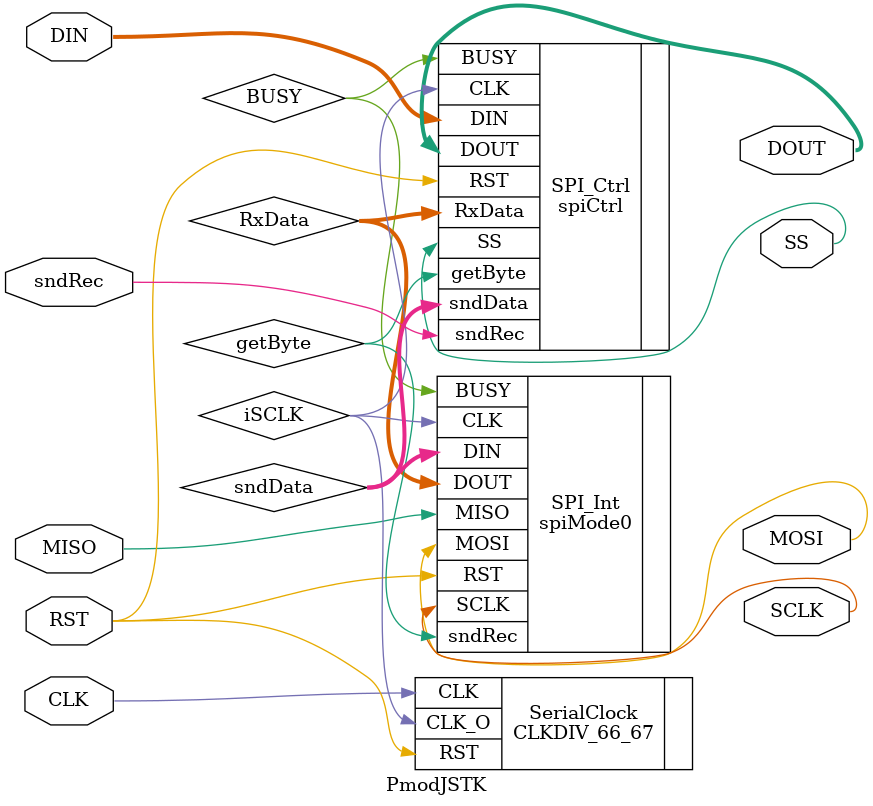
<source format=v>
`timescale 1ns / 1ps


module PmodJSTK(
    input CLK,
    input RST,
    input sndRec,
    input [7:0] DIN,
    input MISO,
    output SS,
    output SCLK,
    output MOSI,
    output [39:0] DOUT
    );
    
    wire getByte;								// Initiates a data byte transfer in SPI_Int
	wire [7:0] sndData;							// Data to be sent to Slave
	wire [7:0] RxData;							// Output data from SPI_Int
	wire BUSY;									// Handshake from SPI_Int to SPI_Ctrl
			

	// 66.67kHz Clock Divider, period 15us
	wire iSCLK;										// Internal serial clock,
													// not directly output to slave,
													// controls state machine, etc.
	
	//-----------------------------------------------
	//  	  				SPI Controller
	//-----------------------------------------------
			spiCtrl SPI_Ctrl(
					.CLK(iSCLK),
					.RST(RST),
					.sndRec(sndRec),
					.BUSY(BUSY),
					.DIN(DIN),
					.RxData(RxData),
					.SS(SS),
					.getByte(getByte),
					.sndData(sndData),
					.DOUT(DOUT)
			);

			//-----------------------------------------------
			//  	  				  SPI Mode 0
			//-----------------------------------------------
			spiMode0 SPI_Int(
					.CLK(iSCLK),
					.RST(RST),
					.sndRec(getByte),
					.DIN(sndData),
					.MISO(MISO),
					.MOSI(MOSI),
					.SCLK(SCLK),
					.BUSY(BUSY),
					.DOUT(RxData)
			);

			//-----------------------------------------------
			//  	  				SPI Controller
			//-----------------------------------------------
			CLKDIV_66_67 SerialClock(
					.CLK(CLK),
					.RST(RST),
					.CLK_O(iSCLK)
			);
endmodule

</source>
